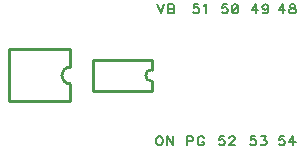
<source format=gto>
G04 DipTrace 3.3.1.3*
G04 T41_castellated.gto*
%MOIN*%
G04 #@! TF.FileFunction,Legend,Top*
G04 #@! TF.Part,Single*
%ADD10C,0.009843*%
%ADD30C,0.007*%
%FSLAX26Y26*%
G04*
G70*
G90*
G75*
G01*
G04 TopSilk*
%LPD*%
X990127Y799886D2*
D10*
X793273D1*
X990127Y697514D2*
X793273D1*
Y799886D2*
Y697514D1*
X990127Y768387D2*
Y799886D1*
Y729013D2*
Y697514D1*
Y768387D2*
G03X990127Y729013I2J-19687D01*
G01*
X718061Y835298D2*
X513339D1*
X718061Y662102D2*
X513339D1*
Y835298D2*
Y662102D1*
X718061Y835298D2*
Y776271D1*
Y721129D2*
Y662102D1*
Y776271D2*
G03X718061Y721129I15J-27571D01*
G01*
X1008700Y985841D2*
D30*
X1020174Y955697D1*
X1031648Y985841D1*
X1045648D2*
Y955697D1*
X1058581D1*
X1062892Y957156D1*
X1064318Y958582D1*
X1065744Y961434D1*
Y965745D1*
X1064318Y968630D1*
X1062892Y970056D1*
X1058581Y971482D1*
X1062892Y972941D1*
X1064318Y974367D1*
X1065744Y977219D1*
Y980104D1*
X1064318Y982956D1*
X1062892Y984415D1*
X1058581Y985841D1*
X1045648D1*
Y971482D2*
X1058581D1*
X1338059Y955697D2*
Y985808D1*
X1323700Y965745D1*
X1345222D1*
X1377892Y975793D2*
X1376433Y971482D1*
X1373581Y968597D1*
X1369270Y967171D1*
X1367844D1*
X1363533Y968597D1*
X1360681Y971482D1*
X1359222Y975793D1*
Y977219D1*
X1360681Y981530D1*
X1363533Y984382D1*
X1367844Y985808D1*
X1369270D1*
X1373581Y984382D1*
X1376433Y981530D1*
X1377892Y975793D1*
Y968597D1*
X1376433Y961434D1*
X1373581Y957123D1*
X1369270Y955697D1*
X1366418D1*
X1362107Y957123D1*
X1360681Y960008D1*
X1240911Y985808D2*
X1226585D1*
X1225159Y972908D1*
X1226585Y974334D1*
X1230896Y975793D1*
X1235174D1*
X1239485Y974334D1*
X1242370Y971482D1*
X1243796Y967171D1*
Y964319D1*
X1242370Y960008D1*
X1239485Y957123D1*
X1235174Y955697D1*
X1230896D1*
X1226585Y957123D1*
X1225159Y958582D1*
X1223700Y961434D1*
X1266418Y985808D2*
X1262107Y984382D1*
X1259222Y980071D1*
X1257796Y972908D1*
Y968597D1*
X1259222Y961434D1*
X1262107Y957123D1*
X1266418Y955697D1*
X1269270D1*
X1273581Y957123D1*
X1276433Y961434D1*
X1277892Y968597D1*
Y972908D1*
X1276433Y980071D1*
X1273581Y984382D1*
X1269270Y985808D1*
X1266418D1*
X1276433Y980071D2*
X1259222Y961434D1*
X1145911Y985808D2*
X1131585D1*
X1130159Y972908D1*
X1131585Y974334D1*
X1135896Y975793D1*
X1140174D1*
X1144485Y974334D1*
X1147370Y971482D1*
X1148796Y967171D1*
Y964319D1*
X1147370Y960008D1*
X1144485Y957123D1*
X1140174Y955697D1*
X1135896D1*
X1131585Y957123D1*
X1130159Y958582D1*
X1128700Y961434D1*
X1162796Y980071D2*
X1165681Y981530D1*
X1169992Y985808D1*
Y955697D1*
X1428059D2*
Y985808D1*
X1413700Y965745D1*
X1435222D1*
X1456385Y985808D2*
X1452107Y984382D1*
X1450648Y981530D1*
Y978645D1*
X1452107Y975793D1*
X1454959Y974334D1*
X1460696Y972908D1*
X1465007Y971482D1*
X1467859Y968597D1*
X1469285Y965745D1*
Y961434D1*
X1467859Y958582D1*
X1466433Y957123D1*
X1462122Y955697D1*
X1456385D1*
X1452107Y957123D1*
X1450648Y958582D1*
X1449222Y961434D1*
Y965745D1*
X1450648Y968597D1*
X1453533Y971482D1*
X1457811Y972908D1*
X1463548Y974334D1*
X1466433Y975793D1*
X1467859Y978645D1*
Y981530D1*
X1466433Y984382D1*
X1462122Y985808D1*
X1456385D1*
X1012322Y545841D2*
X1009437Y544415D1*
X1006585Y541530D1*
X1005126Y538678D1*
X1003700Y534367D1*
Y527171D1*
X1005126Y522893D1*
X1006585Y520008D1*
X1009437Y517156D1*
X1012322Y515697D1*
X1018059D1*
X1020911Y517156D1*
X1023796Y520008D1*
X1025222Y522893D1*
X1026648Y527171D1*
Y534367D1*
X1025222Y538678D1*
X1023796Y541530D1*
X1020911Y544415D1*
X1018059Y545841D1*
X1012322D1*
X1060744D2*
Y515697D1*
X1040648Y545841D1*
Y515697D1*
X1335911Y545807D2*
X1321585D1*
X1320159Y532907D1*
X1321585Y534333D1*
X1325896Y535792D1*
X1330174D1*
X1334485Y534333D1*
X1337370Y531481D1*
X1338796Y527170D1*
Y524318D1*
X1337370Y520007D1*
X1334485Y517122D1*
X1330174Y515696D1*
X1325896D1*
X1321585Y517122D1*
X1320159Y518581D1*
X1318700Y521433D1*
X1355681Y545807D2*
X1371433D1*
X1362844Y534333D1*
X1367155D1*
X1370007Y532907D1*
X1371433Y531481D1*
X1372892Y527170D1*
Y524318D1*
X1371433Y520007D1*
X1368581Y517122D1*
X1364270Y515696D1*
X1359959D1*
X1355681Y517122D1*
X1354255Y518581D1*
X1352796Y521433D1*
X1230911Y545807D2*
X1216585D1*
X1215159Y532907D1*
X1216585Y534333D1*
X1220896Y535792D1*
X1225174D1*
X1229485Y534333D1*
X1232370Y531481D1*
X1233796Y527170D1*
Y524318D1*
X1232370Y520007D1*
X1229485Y517122D1*
X1225174Y515696D1*
X1220896D1*
X1216585Y517122D1*
X1215159Y518581D1*
X1213700Y521433D1*
X1249255Y538644D2*
Y540070D1*
X1250681Y542955D1*
X1252107Y544381D1*
X1254992Y545807D1*
X1260729D1*
X1263581Y544381D1*
X1265007Y542955D1*
X1266466Y540070D1*
Y537218D1*
X1265007Y534333D1*
X1262155Y530055D1*
X1247796Y515696D1*
X1267892D1*
X1108700Y530055D2*
X1121633D1*
X1125911Y531481D1*
X1127370Y532940D1*
X1128796Y535792D1*
Y540103D1*
X1127370Y542955D1*
X1125911Y544414D1*
X1121633Y545840D1*
X1108700D1*
Y515696D1*
X1164318Y538677D2*
X1162892Y541529D1*
X1160007Y544414D1*
X1157155Y545840D1*
X1151418D1*
X1148533Y544414D1*
X1145681Y541529D1*
X1144222Y538677D1*
X1142796Y534366D1*
Y527170D1*
X1144222Y522892D1*
X1145681Y520007D1*
X1148533Y517155D1*
X1151418Y515696D1*
X1157155D1*
X1160007Y517155D1*
X1162892Y520007D1*
X1164318Y522892D1*
Y527170D1*
X1157155D1*
X1430911Y545807D2*
X1416585D1*
X1415159Y532907D1*
X1416585Y534333D1*
X1420896Y535792D1*
X1425174D1*
X1429485Y534333D1*
X1432370Y531481D1*
X1433796Y527170D1*
Y524318D1*
X1432370Y520007D1*
X1429485Y517122D1*
X1425174Y515696D1*
X1420896D1*
X1416585Y517122D1*
X1415159Y518581D1*
X1413700Y521433D1*
X1462155Y515696D2*
Y545807D1*
X1447796Y525744D1*
X1469318D1*
M02*

</source>
